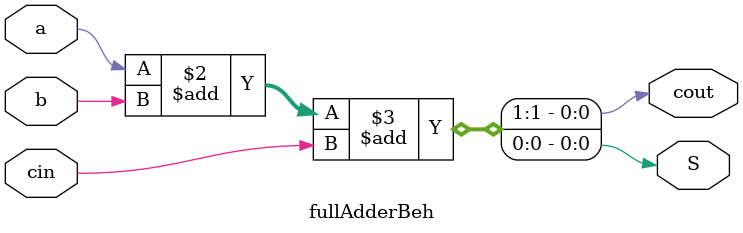
<source format=v>
module fullAdderBeh(
    input a, input b, input cin,
    output reg S, output reg cout
);
    always @(a, b, cin) begin
        {cout, S} = a + b + cin;
    end
    
endmodule
</source>
